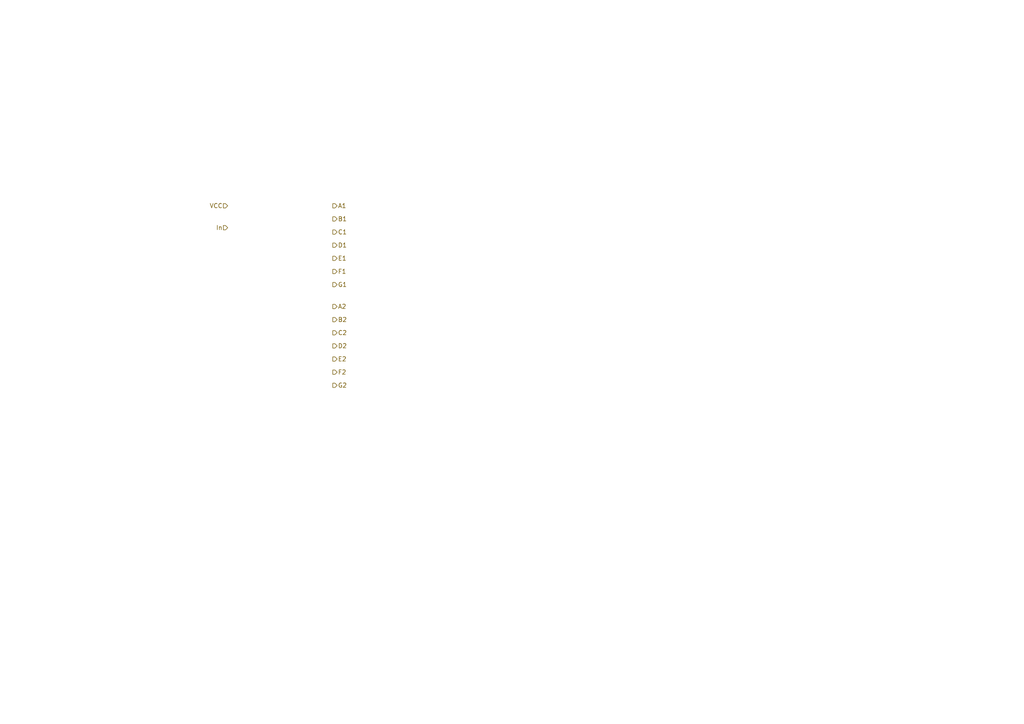
<source format=kicad_sch>
(kicad_sch (version 20230121) (generator eeschema)
  (paper "A4")
  (lib_symbols)
  (hierarchical_label "G2" (shape output) (at 96.52 111.76 0))
  (hierarchical_label "G1" (shape output) (at 96.52 82.55 0))
  (hierarchical_label "F2" (shape output) (at 96.52 107.95 0))
  (hierarchical_label "E1" (shape output) (at 96.52 74.93 0))
  (hierarchical_label "A1" (shape output) (at 96.52 59.69 0))
  (hierarchical_label "B2" (shape output) (at 96.52 92.71 0))
  (hierarchical_label "F1" (shape output) (at 96.52 78.74 0))
  (hierarchical_label "C2" (shape output) (at 96.52 96.52 0))
  (hierarchical_label "D2" (shape output) (at 96.52 100.33 0))
  (hierarchical_label "B1" (shape output) (at 96.52 63.5 0))
  (hierarchical_label "In" (shape input) (at 66.04 66.04 180))
  (hierarchical_label "A2" (shape output) (at 96.52 88.9 0))
  (hierarchical_label "E2" (shape output) (at 96.52 104.14 0))
  (hierarchical_label "D1" (shape output) (at 96.52 71.12 0))
  (hierarchical_label "C1" (shape output) (at 96.52 67.31 0))
  (hierarchical_label "VCC" (shape input) (at 66.04 59.69 180))
)
</source>
